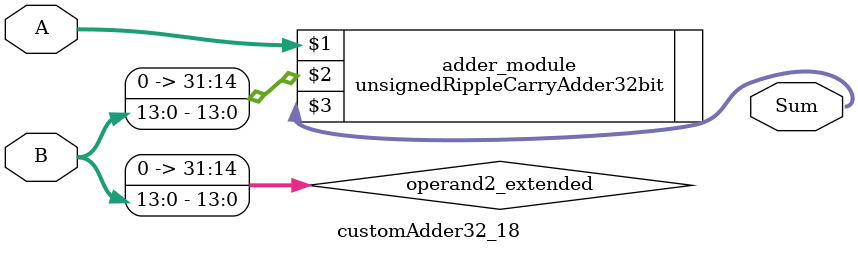
<source format=v>

module customAdder32_18(
                    input [31 : 0] A,
                    input [13 : 0] B,
                    
                    output [32 : 0] Sum
            );

    wire [31 : 0] operand2_extended;
    
    assign operand2_extended =  {18'b0, B};
    
    unsignedRippleCarryAdder32bit adder_module(
        A,
        operand2_extended,
        Sum
    );
    
endmodule
        
</source>
